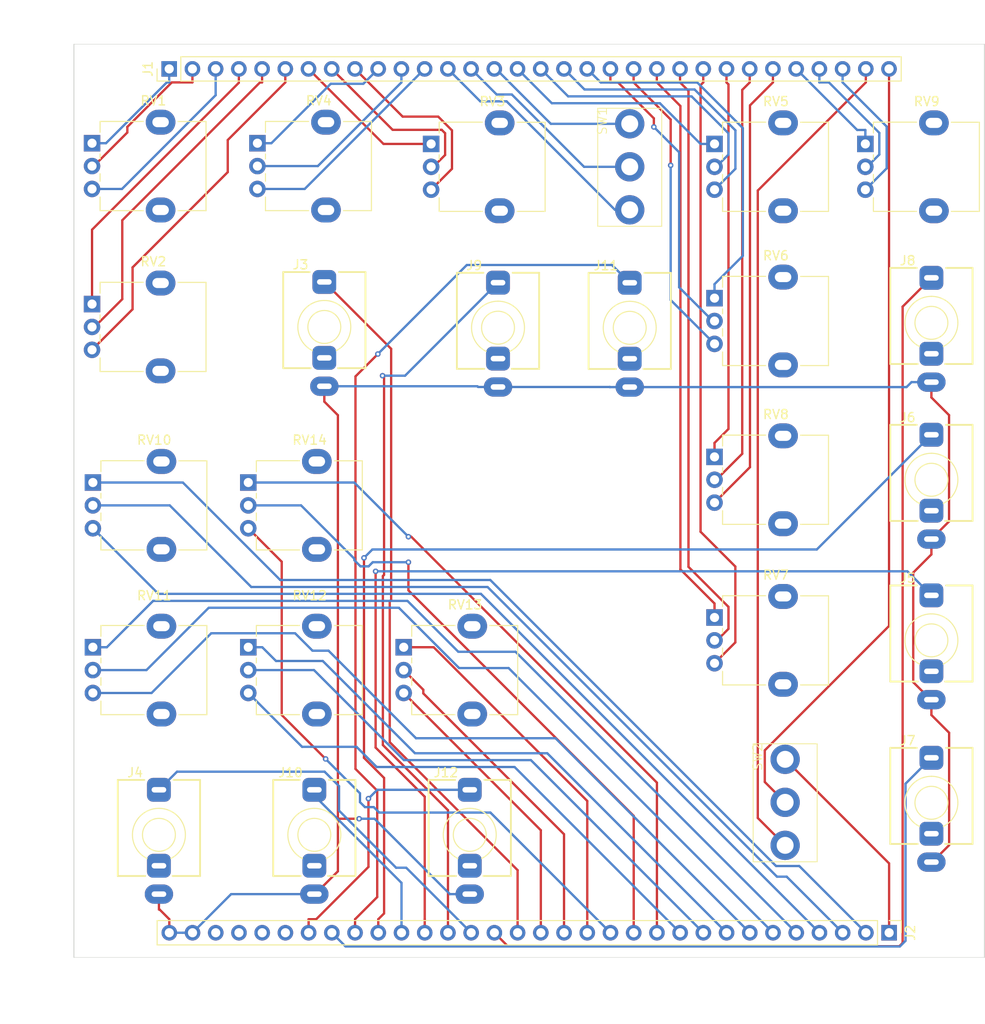
<source format=kicad_pcb>
(kicad_pcb (version 20221018) (generator pcbnew)
  (layers (0 "F.Cu" signal) (31 "B.Cu" signal) (34 "B.Paste" user) (35 "F.Paste" user) (36 "B.SilkS" user "B.Silkscreen") (37 "F.SilkS" user "F.Silkscreen") (38 "B.Mask" user) (39 "F.Mask" user) (44 "Edge.Cuts" user))
  (net 0 "")
  (net 1 "VCO1CoarsePot1")
  (net 2 "VCO1CoarsePot2")
  (net 3 "VCO1CoarsePot3")
  (net 4 "VCO1FinePot1")
  (net 5 "VCO1FinePot2")
  (net 6 "VCO1FinePot3")
  (net 7 "VCO1FMPot1")
  (net 8 "VCO1FMPot2")
  (net 9 "VCO1FMPot3")
  (net 10 "VCO1PwmPot1")
  (net 11 "VCO1PwmPot2")
  (net 12 "VCO1PwmPot3")
  (net 13 "SW1p1")
  (net 14 "SW1p2")
  (net 15 "SW1p3")
  (net 16 "VCO2CoarsePot1")
  (net 17 "VCO2CoarsePot2")
  (net 18 "VCO2CoarsePot3")
  (net 19 "VCO2FinePot1")
  (net 20 "VCO2FinePot2")
  (net 21 "VCO2FinePot3")
  (net 22 "VCO2FMPot1")
  (net 23 "VCO2FMPot2")
  (net 24 "VCO2FMPot3")
  (net 25 "VCO2PwmPot1")
  (net 26 "VCO2PwmPot2")
  (net 27 "VCO2PwmPot3")
  (net 28 "VCO2IDKPot1")
  (net 29 "VCO2IDKPot2")
  (net 30 "VCO2IDKPot3")
  (net 31 "SW2p1")
  (net 32 "SW2p2")
  (net 33 "SW2p3")
  (net 34 "VCO3CoarsePot1")
  (net 35 "VCO3CoarsePot2")
  (net 36 "VCO3CoarsePot3")
  (net 37 "VCO3FinePot1")
  (net 38 "VCO3FinePot2")
  (net 39 "VCO3FinePot3")
  (net 40 "VCO3FMPot1")
  (net 41 "VCO3FMPot2")
  (net 42 "VCO3FMPot3")
  (net 43 "VCO3PwmPot1")
  (net 44 "VCO3PwmPot2")
  (net 45 "VCO3PwmPot3")
  (net 46 "VCO3WaveMixPot1")
  (net 47 "VCO3WaveMixPot2")
  (net 48 "VCO3WaveMixPot3")
  (net 49 "cvIn1")
  (net 50 "cvIn2")
  (net 51 "cvIn3")
  (net 52 "fmIn1")
  (net 53 "fmIn2")
  (net 54 "fmIn3")
  (net 55 "pwmIn")
  (net 56 "vcoOut1")
  (net 57 "vcoOut2")
  (net 58 "mixOut")
  (net 63 "Ground")
  (footprint "Connector_PinHeader_2.54mm:PinHeader_1x32_P2.54mm_Vertical" (layer "F.Cu") (at 104.625 53.3 90)
    (fp_text reference "J1")
    (fp_text value "Conn_01x32_Socket")
  )
  (footprint "Thonk_AudioJacks:Jack_3.5mm_QingPu_WQP-PJ366ST_Vertical" (layer "F.Cu") (at 188 115.75)
    (fp_text reference "J5")
    (fp_text value "AudioJack3")
  )
  (footprint "Potentiometer_THT:Potentiometer_Alpha_RD901F-40-00D_Single_Vertical" (layer "F.Cu") (at 180.775 61.5)
    (fp_text reference "RV9")
    (fp_text value "100k")
  )
  (footprint "Thonk_AudioJacks:Jack_3.5mm_QingPu_WQP-PJ366ST_Vertical" (layer "F.Cu") (at 155 81.5926)
    (fp_text reference "J11")
    (fp_text value "AudioJack3")
  )
  (footprint "Potentiometer_THT:Potentiometer_Alpha_RD901F-40-00D_Single_Vertical" (layer "F.Cu") (at 114.275 61.42)
    (fp_text reference "RV4")
    (fp_text value "100k")
  )
  (footprint "Potentiometer_THT:Potentiometer_Alpha_RD901F-40-00D_Single_Vertical" (layer "F.Cu") (at 164.275 95.7)
    (fp_text reference "RV8")
    (fp_text value "250k")
  )
  (footprint "Thonk_AudioJacks:Jack_3.5mm_QingPu_WQP-PJ366ST_Vertical" (layer "F.Cu") (at 120.5 137)
    (fp_text reference "J10")
    (fp_text value "AudioJack3")
  )
  (footprint "Potentiometer_THT:Potentiometer_Alpha_RD901F-40-00D_Single_Vertical" (layer "F.Cu") (at 96.1825 79)
    (fp_text reference "RV2")
    (fp_text value "1M")
  )
  (footprint "Thonk_AudioJacks:DWB1-SPDT-ON-ON" (layer "F.Cu") (at 172 138.15)
    (fp_text reference "SW2")
    (fp_text value "SW_SPDT")
  )
  (footprint "Potentiometer_THT:Potentiometer_Alpha_RD901F-40-00D_Single_Vertical" (layer "F.Cu") (at 133.275 61.5)
    (fp_text reference "RV3")
    (fp_text value "1M")
  )
  (footprint "Thonk_AudioJacks:Jack_3.5mm_QingPu_WQP-PJ366ST_Vertical" (layer "F.Cu") (at 137.5 137)
    (fp_text reference "J12")
    (fp_text value "AudioJack3")
  )
  (footprint "Potentiometer_THT:Potentiometer_Alpha_RD901F-40-00D_Single_Vertical" (layer "F.Cu") (at 130.275 116.5)
    (fp_text reference "RV13")
    (fp_text value "1M")
  )
  (footprint "Potentiometer_THT:Potentiometer_Alpha_RD901F-40-00D_Single_Vertical" (layer "F.Cu") (at 96.1825 61.42)
    (fp_text reference "RV1")
    (fp_text value "100k")
  )
  (footprint "Potentiometer_THT:Potentiometer_Alpha_RD901F-40-00D_Single_Vertical" (layer "F.Cu") (at 96.275 98.5)
    (fp_text reference "RV10")
    (fp_text value "100k")
  )
  (footprint "Potentiometer_THT:Potentiometer_Alpha_RD901F-40-00D_Single_Vertical" (layer "F.Cu") (at 113.275 98.5)
    (fp_text reference "RV14")
    (fp_text value "100k")
  )
  (footprint "Potentiometer_THT:Potentiometer_Alpha_RD901F-40-00D_Single_Vertical" (layer "F.Cu") (at 96.275 116.5)
    (fp_text reference "RV11")
    (fp_text value "1M")
  )
  (footprint "Thonk_AudioJacks:Jack_3.5mm_QingPu_WQP-PJ366ST_Vertical" (layer "F.Cu") (at 103.5 137)
    (fp_text reference "J4")
    (fp_text value "AudioJack3")
  )
  (footprint "Connector_PinHeader_2.54mm:PinHeader_1x32_P2.54mm_Vertical" (layer "F.Cu") (at 183.375 147.7 -90)
    (fp_text reference "J2")
    (fp_text value "Conn_01x32_Socket")
  )
  (footprint "Thonk_AudioJacks:Jack_3.5mm_QingPu_WQP-PJ366ST_Vertical" (layer "F.Cu") (at 188 98.2)
    (fp_text reference "J6")
    (fp_text value "AudioJack3")
  )
  (footprint "Thonk_AudioJacks:Jack_3.5mm_QingPu_WQP-PJ366ST_Vertical" (layer "F.Cu") (at 188 133.5)
    (fp_text reference "J7")
    (fp_text value "AudioJack3")
  )
  (footprint "Potentiometer_THT:Potentiometer_Alpha_RD901F-40-00D_Single_Vertical" (layer "F.Cu") (at 113.275 116.5)
    (fp_text reference "RV12")
    (fp_text value "1M")
  )
  (footprint "Potentiometer_THT:Potentiometer_Alpha_RD901F-40-00D_Single_Vertical" (layer "F.Cu") (at 164.275 61.5)
    (fp_text reference "RV5")
    (fp_text value "100k")
  )
  (footprint "Thonk_AudioJacks:Jack_3.5mm_QingPu_WQP-PJ366ST_Vertical" (layer "F.Cu") (at 121.5925 81.5)
    (fp_text reference "J3")
    (fp_text value "AudioJack3")
  )
  (footprint "Thonk_AudioJacks:Jack_3.5mm_QingPu_WQP-PJ366ST_Vertical" (layer "F.Cu") (at 188 81.05)
    (fp_text reference "J8")
    (fp_text value "AudioJack3")
  )
  (footprint "Thonk_AudioJacks:DWB1-SPDT-ON-ON" (layer "F.Cu") (at 155 68.7)
    (fp_text reference "SW1")
    (fp_text value "SW_SPDT")
  )
  (footprint "Thonk_AudioJacks:Jack_3.5mm_QingPu_WQP-PJ366ST_Vertical" (layer "F.Cu") (at 140.5925 81.58)
    (fp_text reference "J9")
    (fp_text value "AudioJack3")
  )
  (footprint "Potentiometer_THT:Potentiometer_Alpha_RD901F-40-00D_Single_Vertical" (layer "F.Cu") (at 164.275 78.35)
    (fp_text reference "RV6")
    (fp_text value "1M")
  )
  (footprint "Potentiometer_THT:Potentiometer_Alpha_RD901F-40-00D_Single_Vertical" (layer "F.Cu") (at 164.275 113.25)
    (fp_text reference "RV7")
    (fp_text value "1M")
  )
  (gr_line (start 193.8 150.395) (end 193.8 50.605) (stroke (width 0.1)) (layer "Edge.Cuts"))
  (gr_line (start 94.2 50.605) (end 94.2 150.395) (stroke (width 0.1)) (layer "Edge.Cuts"))
  (gr_line (start 193.8 50.605) (end 94.2 50.605) (stroke (width 0.05)) (layer "Edge.Cuts"))
  (gr_line (start 94.2 150.395) (end 193.8 150.395) (stroke (width 0.05)) (layer "Edge.Cuts"))
  (segment (start 97.7092 61.42) (end 104.3525 54.7767) (width 0.25) (layer "B.Cu") (net 1))
  (segment (start 104.625 53.3) (end 104.625 54.7767) (width 0.25) (layer "B.Cu") (net 1))
  (segment (start 96.1825 61.42) (end 97.7092 61.42) (width 0.25) (layer "B.Cu") (net 1))
  (segment (start 104.3525 54.7767) (end 104.625 54.7767) (width 0.25) (layer "B.Cu") (net 1))
  (segment (start 96.1825 63.92) (end 96.3731 63.92) (width 0.25) (layer "F.Cu") (net 2))
  (segment (start 104.9058 54.7767) (end 107.165 54.7767) (width 0.25) (layer "F.Cu") (net 2))
  (segment (start 107.165 53.3) (end 107.165 54.7767) (width 0.25) (layer "F.Cu") (net 2))
  (segment (start 100.0456 60.2475) (end 100.0456 59.6369) (width 0.25) (layer "F.Cu") (net 2))
  (segment (start 100.0456 59.6369) (end 104.9058 54.7767) (width 0.25) (layer "F.Cu") (net 2))
  (segment (start 96.3731 63.92) (end 100.0456 60.2475) (width 0.25) (layer "F.Cu") (net 2))
  (segment (start 96.1825 66.42) (end 99.4601 66.42) (width 0.25) (layer "B.Cu") (net 3))
  (segment (start 99.4601 66.42) (end 109.705 56.1751) (width 0.25) (layer "B.Cu") (net 3))
  (segment (start 109.705 56.1751) (end 109.705 53.3) (width 0.25) (layer "B.Cu") (net 3))
  (segment (start 96.1825 79) (end 96.1825 70.874) (width 0.25) (layer "F.Cu") (net 4))
  (segment (start 96.1825 70.874) (end 112.245 54.8115) (width 0.25) (layer "F.Cu") (net 4))
  (segment (start 112.245 54.8115) (end 112.245 53.3) (width 0.25) (layer "F.Cu") (net 4))
  (segment (start 99.4903 69.8419) (end 114.5555 54.7767) (width 0.25) (layer "F.Cu") (net 5))
  (segment (start 96.4523 81.5) (end 99.4903 78.462) (width 0.25) (layer "F.Cu") (net 5))
  (segment (start 114.5555 54.7767) (end 114.785 54.7767) (width 0.25) (layer "F.Cu") (net 5))
  (segment (start 96.1825 81.5) (end 96.4523 81.5) (width 0.25) (layer "F.Cu") (net 5))
  (segment (start 114.785 53.3) (end 114.785 54.7767) (width 0.25) (layer "F.Cu") (net 5))
  (segment (start 99.4903 78.462) (end 99.4903 69.8419) (width 0.25) (layer "F.Cu") (net 5))
  (segment (start 111.0282 64.5817) (end 111.0282 61.0735) (width 0.25) (layer "F.Cu") (net 6))
  (segment (start 111.0282 61.0735) (end 117.325 54.7767) (width 0.25) (layer "F.Cu") (net 6))
  (segment (start 100.617 74.9929) (end 111.0282 64.5817) (width 0.25) (layer "F.Cu") (net 6))
  (segment (start 117.325 53.3) (end 117.325 54.7767) (width 0.25) (layer "F.Cu") (net 6))
  (segment (start 96.1825 84) (end 100.617 79.5655) (width 0.25) (layer "F.Cu") (net 6))
  (segment (start 100.617 79.5655) (end 100.617 74.9929) (width 0.25) (layer "F.Cu") (net 6))
  (segment (start 133.275 61.5) (end 128.065 61.5) (width 0.25) (layer "F.Cu") (net 7))
  (segment (start 128.065 61.5) (end 119.865 53.3) (width 0.25) (layer "F.Cu") (net 7))
  (segment (start 133.5125 64) (end 134.8063 62.7062) (width 0.25) (layer "F.Cu") (net 8))
  (segment (start 129.065 59.96) (end 122.405 53.3) (width 0.25) (layer "F.Cu") (net 8))
  (segment (start 133.275 64) (end 133.5125 64) (width 0.25) (layer "F.Cu") (net 8))
  (segment (start 134.8063 62.7062) (end 134.8063 60.3318) (width 0.25) (layer "F.Cu") (net 8))
  (segment (start 134.4345 59.96) (end 129.065 59.96) (width 0.25) (layer "F.Cu") (net 8))
  (segment (start 134.8063 60.3318) (end 134.4345 59.96) (width 0.25) (layer "F.Cu") (net 8))
  (segment (start 134.0528 58.5152) (end 130.1602 58.5152) (width 0.25) (layer "F.Cu") (net 9))
  (segment (start 135.558 60.0204) (end 134.0528 58.5152) (width 0.25) (layer "F.Cu") (net 9))
  (segment (start 135.558 64.217) (end 135.558 60.0204) (width 0.25) (layer "F.Cu") (net 9))
  (segment (start 130.1602 58.5152) (end 124.945 53.3) (width 0.25) (layer "F.Cu") (net 9))
  (segment (start 133.275 66.5) (end 135.558 64.217) (width 0.25) (layer "F.Cu") (net 9))
  (segment (start 115.8017 61.42) (end 122.2955 54.9262) (width 0.25) (layer "B.Cu") (net 10))
  (segment (start 122.2955 54.9262) (end 125.8588 54.9262) (width 0.25) (layer "B.Cu") (net 10))
  (segment (start 125.8588 54.9262) (end 127.485 53.3) (width 0.25) (layer "B.Cu") (net 10))
  (segment (start 114.275 61.42) (end 115.8017 61.42) (width 0.25) (layer "B.Cu") (net 10))
  (segment (start 130.025 53.3) (end 130.025 54.7767) (width 0.25) (layer "B.Cu") (net 11))
  (segment (start 114.275 63.92) (end 120.8817 63.92) (width 0.25) (layer "B.Cu") (net 11))
  (segment (start 120.8817 63.92) (end 130.025 54.7767) (width 0.25) (layer "B.Cu") (net 11))
  (segment (start 114.275 66.42) (end 119.445 66.42) (width 0.25) (layer "B.Cu") (net 12))
  (segment (start 119.445 66.42) (end 132.565 53.3) (width 0.25) (layer "B.Cu") (net 12))
  (segment (start 153.3831 68.7) (end 141.5284 56.8453) (width 0.25) (layer "B.Cu") (net 13))
  (segment (start 138.6503 56.8453) (end 135.105 53.3) (width 0.25) (layer "B.Cu") (net 13))
  (segment (start 141.5284 56.8453) (end 138.6503 56.8453) (width 0.25) (layer "B.Cu") (net 13))
  (segment (start 155 68.7) (end 153.3831 68.7) (width 0.25) (layer "B.Cu") (net 13))
  (segment (start 142.0953 56.0936) (end 140.4386 56.0936) (width 0.25) (layer "B.Cu") (net 14))
  (segment (start 155 64) (end 150.0017 64) (width 0.25) (layer "B.Cu") (net 14))
  (segment (start 150.0017 64) (end 142.0953 56.0936) (width 0.25) (layer "B.Cu") (net 14))
  (segment (start 140.4386 56.0936) (end 137.645 53.3) (width 0.25) (layer "B.Cu") (net 14))
  (segment (start 140.3669 53.3) (end 140.185 53.3) (width 0.25) (layer "B.Cu") (net 15))
  (segment (start 146.3669 59.3) (end 140.3669 53.3) (width 0.25) (layer "B.Cu") (net 15))
  (segment (start 155 59.3) (end 146.3669 59.3) (width 0.25) (layer "B.Cu") (net 15))
  (segment (start 146.4779 57.0529) (end 158.3012 57.0529) (width 0.25) (layer "B.Cu") (net 16))
  (segment (start 164.275 61.5) (end 162.7483 61.5) (width 0.25) (layer "B.Cu") (net 16))
  (segment (start 142.725 53.3) (end 146.4779 57.0529) (width 0.25) (layer "B.Cu") (net 16))
  (segment (start 158.3012 57.0529) (end 162.7483 61.5) (width 0.25) (layer "B.Cu") (net 16))
  (segment (start 161.7625 56.3012) (end 165.8017 60.3404) (width 0.25) (layer "B.Cu") (net 17))
  (segment (start 148.2662 56.3012) (end 161.7625 56.3012) (width 0.25) (layer "B.Cu") (net 17))
  (segment (start 165.8017 62.6596) (end 164.4613 64) (width 0.25) (layer "B.Cu") (net 17))
  (segment (start 165.8017 60.3404) (end 165.8017 62.6596) (width 0.25) (layer "B.Cu") (net 17))
  (segment (start 145.265 53.3) (end 148.2662 56.3012) (width 0.25) (layer "B.Cu") (net 17))
  (segment (start 164.4613 64) (end 164.275 64) (width 0.25) (layer "B.Cu") (net 17))
  (segment (start 150.0544 55.5494) (end 162.093 55.5494) (width 0.25) (layer "B.Cu") (net 18))
  (segment (start 166.5601 64.2149) (end 164.275 66.5) (width 0.25) (layer "B.Cu") (net 18))
  (segment (start 147.805 53.3) (end 150.0544 55.5494) (width 0.25) (layer "B.Cu") (net 18))
  (segment (start 166.5601 60.0165) (end 166.5601 64.2149) (width 0.25) (layer "B.Cu") (net 18))
  (segment (start 162.093 55.5494) (end 166.5601 60.0165) (width 0.25) (layer "B.Cu") (net 18))
  (segment (start 167.3761 59.7694) (end 162.3933 54.7866) (width 0.25) (layer "B.Cu") (net 19))
  (segment (start 167.3761 73.7222) (end 167.3761 59.7694) (width 0.25) (layer "B.Cu") (net 19))
  (segment (start 162.3933 54.7866) (end 151.8316 54.7866) (width 0.25) (layer "B.Cu") (net 19))
  (segment (start 164.275 78.35) (end 164.275 76.8233) (width 0.25) (layer "B.Cu") (net 19))
  (segment (start 151.8316 54.7866) (end 150.345 53.3) (width 0.25) (layer "B.Cu") (net 19))
  (segment (start 164.275 76.8233) (end 167.3761 73.7222) (width 0.25) (layer "B.Cu") (net 19))
  (segment (start 157.6383 58.7019) (end 157.6383 59.6449) (width 0.25) (layer "F.Cu") (net 20))
  (segment (start 152.885 53.3) (end 152.885 54.7767) (width 0.25) (layer "F.Cu") (net 20))
  (segment (start 152.885 54.7767) (end 153.7131 54.7767) (width 0.25) (layer "F.Cu") (net 20))
  (segment (start 153.7131 54.7767) (end 157.6383 58.7019) (width 0.25) (layer "F.Cu") (net 20))
  (via (at 157.6383 59.6449) (size 0.6) (drill 0.3) (layers "F.Cu" "B.Cu") (net 20))
  (segment (start 160.4049 62.4115) (end 157.6383 59.6449) (width 0.25) (layer "B.Cu") (net 20))
  (segment (start 160.4049 77.1666) (end 160.4049 62.4115) (width 0.25) (layer "B.Cu") (net 20))
  (segment (start 164.0883 80.85) (end 160.4049 77.1666) (width 0.25) (layer "B.Cu") (net 20))
  (segment (start 164.275 80.85) (end 164.0883 80.85) (width 0.25) (layer "B.Cu") (net 20))
  (segment (start 155.425 53.3) (end 155.425 54.7767) (width 0.25) (layer "F.Cu") (net 21))
  (segment (start 159.4782 58.8299) (end 155.425 54.7767) (width 0.25) (layer "F.Cu") (net 21))
  (segment (start 159.4782 63.836) (end 159.4782 58.8299) (width 0.25) (layer "F.Cu") (net 21))
  (via (at 159.4782 63.836) (size 0.6) (drill 0.3) (layers "F.Cu" "B.Cu") (net 21))
  (segment (start 159.4782 78.5532) (end 159.4782 63.836) (width 0.25) (layer "B.Cu") (net 21))
  (segment (start 164.275 83.35) (end 159.4782 78.5532) (width 0.25) (layer "B.Cu") (net 21))
  (segment (start 157.965 54.7767) (end 160.5445 57.3562) (width 0.25) (layer "F.Cu") (net 22))
  (segment (start 157.965 53.3) (end 157.965 54.7767) (width 0.25) (layer "F.Cu") (net 22))
  (segment (start 164.275 113.25) (end 164.275 111.7233) (width 0.25) (layer "F.Cu") (net 22))
  (segment (start 160.5446 107.9929) (end 164.275 111.7233) (width 0.25) (layer "F.Cu") (net 22))
  (segment (start 160.5445 57.3562) (end 160.5445 107.9929) (width 0.25) (layer "F.Cu") (net 22))
  (segment (start 160.5445 107.9929) (end 160.5446 107.9929) (width 0.25) (layer "F.Cu") (net 22))
  (segment (start 165.8017 112.0904) (end 165.8017 114.4901) (width 0.25) (layer "F.Cu") (net 23))
  (segment (start 161.4269 55.6986) (end 161.4269 107.7156) (width 0.25) (layer "F.Cu") (net 23))
  (segment (start 165.8017 114.4901) (end 164.5418 115.75) (width 0.25) (layer "F.Cu") (net 23))
  (segment (start 160.505 53.3) (end 160.505 54.7767) (width 0.25) (layer "F.Cu") (net 23))
  (segment (start 161.4269 107.7156) (end 165.8017 112.0904) (width 0.25) (layer "F.Cu") (net 23))
  (segment (start 160.505 54.7767) (end 161.4269 55.6986) (width 0.25) (layer "F.Cu") (net 23))
  (segment (start 164.5418 115.75) (end 164.275 115.75) (width 0.25) (layer "F.Cu") (net 23))
  (segment (start 166.5534 107.6832) (end 162.7483 103.8781) (width 0.25) (layer "F.Cu") (net 24))
  (segment (start 164.275 118.25) (end 166.5534 115.9716) (width 0.25) (layer "F.Cu") (net 24))
  (segment (start 163.045 53.3) (end 163.045 54.7767) (width 0.25) (layer "F.Cu") (net 24))
  (segment (start 162.7483 103.8781) (end 162.7483 55.0734) (width 0.25) (layer "F.Cu") (net 24))
  (segment (start 162.7483 55.0734) (end 163.045 54.7767) (width 0.25) (layer "F.Cu") (net 24))
  (segment (start 166.5534 115.9716) (end 166.5534 107.6832) (width 0.25) (layer "F.Cu") (net 24))
  (segment (start 165.8017 54.9934) (end 165.585 54.7767) (width 0.25) (layer "F.Cu") (net 25))
  (segment (start 164.275 95.7) (end 164.275 94.1733) (width 0.25) (layer "F.Cu") (net 25))
  (segment (start 165.585 53.3) (end 165.585 54.7767) (width 0.25) (layer "F.Cu") (net 25))
  (segment (start 164.275 94.1733) (end 165.8017 92.6466) (width 0.25) (layer "F.Cu") (net 25))
  (segment (start 165.8017 92.6466) (end 165.8017 54.9934) (width 0.25) (layer "F.Cu") (net 25))
  (segment (start 167.3066 95.3547) (end 167.3066 55.5951) (width 0.25) (layer "F.Cu") (net 26))
  (segment (start 164.4613 98.2) (end 167.3066 95.3547) (width 0.25) (layer "F.Cu") (net 26))
  (segment (start 164.275 98.2) (end 164.4613 98.2) (width 0.25) (layer "F.Cu") (net 26))
  (segment (start 168.125 53.3) (end 168.125 54.7767) (width 0.25) (layer "F.Cu") (net 26))
  (segment (start 167.3066 55.5951) (end 168.125 54.7767) (width 0.25) (layer "F.Cu") (net 26))
  (segment (start 164.275 100.7) (end 168.1514 96.8236) (width 0.25) (layer "F.Cu") (net 27))
  (segment (start 168.1514 96.8236) (end 168.1514 57.2903) (width 0.25) (layer "F.Cu") (net 27))
  (segment (start 170.665 53.3) (end 170.665 54.7767) (width 0.25) (layer "F.Cu") (net 27))
  (segment (start 168.1514 57.2903) (end 170.665 54.7767) (width 0.25) (layer "F.Cu") (net 27))
  (segment (start 179.8783 59.9733) (end 180.775 59.9733) (width 0.25) (layer "B.Cu") (net 28))
  (segment (start 180.775 61.5) (end 180.775 59.9733) (width 0.25) (layer "B.Cu") (net 28))
  (segment (start 173.205 53.3) (end 179.8783 59.9733) (width 0.25) (layer "B.Cu") (net 28))
  (segment (start 182.3017 60.2891) (end 176.7893 54.7767) (width 0.25) (layer "B.Cu") (net 29))
  (segment (start 180.9613 64) (end 182.3017 62.6596) (width 0.25) (layer "B.Cu") (net 29))
  (segment (start 176.7893 54.7767) (end 175.745 54.7767) (width 0.25) (layer "B.Cu") (net 29))
  (segment (start 182.3017 62.6596) (end 182.3017 60.2891) (width 0.25) (layer "B.Cu") (net 29))
  (segment (start 175.745 53.3) (end 175.745 54.7767) (width 0.25) (layer "B.Cu") (net 29))
  (segment (start 180.775 64) (end 180.9613 64) (width 0.25) (layer "B.Cu") (net 29))
  (segment (start 178.285 53.3) (end 178.285 54.7767) (width 0.25) (layer "B.Cu") (net 30))
  (segment (start 183.1055 59.5972) (end 178.285 54.7767) (width 0.25) (layer "B.Cu") (net 30))
  (segment (start 183.1055 64.1695) (end 183.1055 59.5972) (width 0.25) (layer "B.Cu") (net 30))
  (segment (start 180.775 66.5) (end 183.1055 64.1695) (width 0.25) (layer "B.Cu") (net 30))
  (segment (start 169.008 135.158) (end 169.008 66.5937) (width 0.25) (layer "F.Cu") (net 31))
  (segment (start 169.008 66.5937) (end 180.825 54.7767) (width 0.25) (layer "F.Cu") (net 31))
  (segment (start 172 138.15) (end 169.008 135.158) (width 0.25) (layer "F.Cu") (net 31))
  (segment (start 180.825 53.3) (end 180.825 54.7767) (width 0.25) (layer "F.Cu") (net 31))
  (segment (start 183.365 114.1761) (end 183.365 53.3) (width 0.25) (layer "F.Cu") (net 32))
  (segment (start 169.7722 127.7689) (end 183.365 114.1761) (width 0.25) (layer "F.Cu") (net 32))
  (segment (start 169.7722 131.2222) (end 169.7722 127.7689) (width 0.25) (layer "F.Cu") (net 32))
  (segment (start 172 133.45) (end 169.7722 131.2222) (width 0.25) (layer "F.Cu") (net 32))
  (segment (start 172 128.75) (end 183.375 140.125) (width 0.25) (layer "F.Cu") (net 33))
  (segment (start 183.375 140.125) (end 183.375 147.7) (width 0.25) (layer "F.Cu") (net 33))
  (segment (start 96.275 98.5) (end 106.116 98.5) (width 0.25) (layer "B.Cu") (net 34))
  (segment (start 116.7705 109.1545) (end 139.7495 109.1545) (width 0.25) (layer "B.Cu") (net 34))
  (segment (start 106.116 98.5) (end 116.7705 109.1545) (width 0.25) (layer "B.Cu") (net 34))
  (segment (start 173.5452 140.4102) (end 180.835 147.7) (width 0.25) (layer "B.Cu") (net 34))
  (segment (start 139.7495 109.1545) (end 171.0052 140.4102) (width 0.25) (layer "B.Cu") (net 34))
  (segment (start 171.0052 140.4102) (end 173.5452 140.4102) (width 0.25) (layer "B.Cu") (net 34))
  (segment (start 104.684 101) (end 113.599 109.915) (width 0.25) (layer "B.Cu") (net 35))
  (segment (start 139.4469 109.915) (end 171.1041 141.5722) (width 0.25) (layer "B.Cu") (net 35))
  (segment (start 172.1672 141.5722) (end 178.295 147.7) (width 0.25) (layer "B.Cu") (net 35))
  (segment (start 113.599 109.915) (end 139.4469 109.915) (width 0.25) (layer "B.Cu") (net 35))
  (segment (start 171.1041 141.5722) (end 172.1672 141.5722) (width 0.25) (layer "B.Cu") (net 35))
  (segment (start 96.275 101) (end 104.684 101) (width 0.25) (layer "B.Cu") (net 35))
  (segment (start 138.7218 110.6668) (end 175.755 147.7) (width 0.25) (layer "B.Cu") (net 36))
  (segment (start 96.275 103.5) (end 103.4418 110.6668) (width 0.25) (layer "B.Cu") (net 36))
  (segment (start 103.4418 110.6668) (end 138.7218 110.6668) (width 0.25) (layer "B.Cu") (net 36))
  (segment (start 96.275 116.5) (end 97.8017 116.5) (width 0.25) (layer "B.Cu") (net 37))
  (segment (start 102.8681 111.4336) (end 130.6864 111.4336) (width 0.25) (layer "B.Cu") (net 37))
  (segment (start 97.8017 116.5) (end 102.8681 111.4336) (width 0.25) (layer "B.Cu") (net 37))
  (segment (start 130.6864 111.4336) (end 136.2488 116.996) (width 0.25) (layer "B.Cu") (net 37))
  (segment (start 136.2488 116.996) (end 142.511 116.996) (width 0.25) (layer "B.Cu") (net 37))
  (segment (start 142.511 116.996) (end 173.215 147.7) (width 0.25) (layer "B.Cu") (net 37))
  (segment (start 102.1349 119) (end 108.9496 112.1853) (width 0.25) (layer "B.Cu") (net 38))
  (segment (start 108.9496 112.1853) (end 129.7436 112.1853) (width 0.25) (layer "B.Cu") (net 38))
  (segment (start 96.275 119) (end 102.1349 119) (width 0.25) (layer "B.Cu") (net 38))
  (segment (start 141.7532 118.7782) (end 170.675 147.7) (width 0.25) (layer "B.Cu") (net 38))
  (segment (start 129.7436 112.1853) (end 136.3365 118.7782) (width 0.25) (layer "B.Cu") (net 38))
  (segment (start 136.3365 118.7782) (end 141.7532 118.7782) (width 0.25) (layer "B.Cu") (net 38))
  (segment (start 120.299 116.8767) (end 122.0522 116.8767) (width 0.25) (layer "B.Cu") (net 39))
  (segment (start 118.3956 114.9733) (end 120.299 116.8767) (width 0.25) (layer "B.Cu") (net 39))
  (segment (start 102.6949 121.5) (end 109.2216 114.9733) (width 0.25) (layer "B.Cu") (net 39))
  (segment (start 109.2216 114.9733) (end 118.3956 114.9733) (width 0.25) (layer "B.Cu") (net 39))
  (segment (start 122.0522 116.8767) (end 131.6215 126.446) (width 0.25) (layer "B.Cu") (net 39))
  (segment (start 96.275 121.5) (end 102.6949 121.5) (width 0.25) (layer "B.Cu") (net 39))
  (segment (start 131.6215 126.446) (end 146.881 126.446) (width 0.25) (layer "B.Cu") (net 39))
  (segment (start 146.881 126.446) (end 168.135 147.7) (width 0.25) (layer "B.Cu") (net 39))
  (segment (start 131.5077 128.0854) (end 145.9804 128.0854) (width 0.25) (layer "B.Cu") (net 40))
  (segment (start 113.275 116.5) (end 114.8017 116.5) (width 0.25) (layer "B.Cu") (net 40))
  (segment (start 145.9804 128.0854) (end 165.595 147.7) (width 0.25) (layer "B.Cu") (net 40))
  (segment (start 121.4257 118.0034) (end 131.5077 128.0854) (width 0.25) (layer "B.Cu") (net 40))
  (segment (start 116.3051 118.0034) (end 121.4257 118.0034) (width 0.25) (layer "B.Cu") (net 40))
  (segment (start 114.8017 116.5) (end 116.3051 118.0034) (width 0.25) (layer "B.Cu") (net 40))
  (segment (start 113.275 119) (end 120.466 119) (width 0.25) (layer "B.Cu") (net 41))
  (segment (start 144.1921 128.8371) (end 163.055 147.7) (width 0.25) (layer "B.Cu") (net 41))
  (segment (start 120.466 119) (end 130.3031 128.8371) (width 0.25) (layer "B.Cu") (net 41))
  (segment (start 130.3031 128.8371) (end 144.1921 128.8371) (width 0.25) (layer "B.Cu") (net 41))
  (segment (start 142.4038 129.5888) (end 160.515 147.7) (width 0.25) (layer "B.Cu") (net 42))
  (segment (start 113.275 121.5) (end 119.1572 127.3822) (width 0.25) (layer "B.Cu") (net 42))
  (segment (start 125.1141 127.3822) (end 127.3207 129.5888) (width 0.25) (layer "B.Cu") (net 42))
  (segment (start 127.3207 129.5888) (end 142.4038 129.5888) (width 0.25) (layer "B.Cu") (net 42))
  (segment (start 119.1572 127.3822) (end 125.1141 127.3822) (width 0.25) (layer "B.Cu") (net 42))
  (segment (start 157.975 131.2988) (end 157.975 147.7) (width 0.25) (layer "F.Cu") (net 43))
  (segment (start 131.0986 104.4224) (end 157.975 131.2988) (width 0.25) (layer "F.Cu") (net 43))
  (segment (start 130.7913 104.4224) (end 131.0986 104.4224) (width 0.25) (layer "F.Cu") (net 43))
  (via (at 130.7913 104.4224) (size 0.6) (drill 0.3) (layers "F.Cu" "B.Cu") (net 43))
  (segment (start 113.275 98.5) (end 124.8689 98.5) (width 0.25) (layer "B.Cu") (net 43))
  (segment (start 124.8689 98.5) (end 130.7913 104.4224) (width 0.25) (layer "B.Cu") (net 43))
  (segment (start 130.7913 107.2102) (end 130.7913 110.2859) (width 0.25) (layer "F.Cu") (net 44))
  (segment (start 130.7913 110.2859) (end 155.435 134.9296) (width 0.25) (layer "F.Cu") (net 44))
  (segment (start 155.435 134.9296) (end 155.435 147.7) (width 0.25) (layer "F.Cu") (net 44))
  (via (at 130.7913 107.2102) (size 0.6) (drill 0.3) (layers "F.Cu" "B.Cu") (net 44))
  (segment (start 125.5492 107.6615) (end 126.4347 107.6615) (width 0.25) (layer "B.Cu") (net 44))
  (segment (start 124.8819 106.9942) (end 125.5492 107.6615) (width 0.25) (layer "B.Cu") (net 44))
  (segment (start 113.275 101) (end 119.0506 101) (width 0.25) (layer "B.Cu") (net 44))
  (segment (start 124.8819 106.8313) (end 124.8819 106.9942) (width 0.25) (layer "B.Cu") (net 44))
  (segment (start 126.4347 107.6615) (end 126.886 107.2102) (width 0.25) (layer "B.Cu") (net 44))
  (segment (start 126.886 107.2102) (end 130.7913 107.2102) (width 0.25) (layer "B.Cu") (net 44))
  (segment (start 119.0506 101) (end 124.8819 106.8313) (width 0.25) (layer "B.Cu") (net 44))
  (segment (start 113.275 103.5) (end 116.9327 107.1577) (width 0.25) (layer "F.Cu") (net 45))
  (segment (start 116.9327 123.9057) (end 121.7349 128.7079) (width 0.25) (layer "F.Cu") (net 45))
  (segment (start 116.9327 107.1577) (end 116.9327 123.9057) (width 0.25) (layer "F.Cu") (net 45))
  (via (at 121.7349 128.7079) (size 0.6) (drill 0.3) (layers "F.Cu" "B.Cu") (net 45))
  (segment (start 125.493 132.466) (end 121.7349 128.7079) (width 0.25) (layer "B.Cu") (net 45))
  (segment (start 126.0359 133.9702) (end 125.493 133.4273) (width 0.25) (layer "B.Cu") (net 45))
  (segment (start 139.7621 134.5671) (end 127.5941 134.5671) (width 0.25) (layer "B.Cu") (net 45))
  (segment (start 125.493 133.4273) (end 125.493 132.466) (width 0.25) (layer "B.Cu") (net 45))
  (segment (start 126.9972 133.9702) (end 126.0359 133.9702) (width 0.25) (layer "B.Cu") (net 45))
  (segment (start 152.895 147.7) (end 139.7621 134.5671) (width 0.25) (layer "B.Cu") (net 45))
  (segment (start 127.5941 134.5671) (end 126.9972 133.9702) (width 0.25) (layer "B.Cu") (net 45))
  (segment (start 150.355 133.2999) (end 150.355 147.7) (width 0.25) (layer "F.Cu") (net 46))
  (segment (start 133.5551 116.5) (end 150.355 133.2999) (width 0.25) (layer "F.Cu") (net 46))
  (segment (start 130.275 116.5) (end 133.5551 116.5) (width 0.25) (layer "F.Cu") (net 46))
  (segment (start 132.4197 121.5441) (end 147.815 136.9394) (width 0.25) (layer "F.Cu") (net 47))
  (segment (start 132.4197 121.1447) (end 132.4197 121.5441) (width 0.25) (layer "F.Cu") (net 47))
  (segment (start 147.815 136.9394) (end 147.815 147.7) (width 0.25) (layer "F.Cu") (net 47))
  (segment (start 130.275 119) (end 132.4197 121.1447) (width 0.25) (layer "F.Cu") (net 47))
  (segment (start 130.275 121.5) (end 145.275 136.5) (width 0.25) (layer "F.Cu") (net 48))
  (segment (start 145.275 136.5) (end 145.275 147.7) (width 0.25) (layer "F.Cu") (net 48))
  (segment (start 128.9023 83.8898) (end 121.5925 76.58) (width 0.25) (layer "F.Cu") (net 49))
  (segment (start 128.9023 111.3283) (end 128.9023 83.8898) (width 0.25) (layer "F.Cu") (net 49))
  (segment (start 142.735 147.7) (end 142.735 140.8609) (width 0.25) (layer "F.Cu") (net 49))
  (segment (start 142.735 140.8609) (end 128.7473 126.8732) (width 0.25) (layer "F.Cu") (net 49))
  (segment (start 128.7473 111.4833) (end 128.9023 111.3283) (width 0.25) (layer "F.Cu") (net 49))
  (segment (start 128.7473 126.8732) (end 128.7473 111.4833) (width 0.25) (layer "F.Cu") (net 49))
  (segment (start 188 76.13) (end 184.8517 79.2783) (width 0.25) (layer "F.Cu") (net 50))
  (segment (start 184.8517 79.2783) (end 184.8517 148.8139) (width 0.25) (layer "F.Cu") (net 50))
  (segment (start 184.8517 148.8139) (end 184.4889 149.1767) (width 0.25) (layer "F.Cu") (net 50))
  (segment (start 141.6717 149.1767) (end 140.195 147.7) (width 0.25) (layer "F.Cu") (net 50))
  (segment (start 184.4889 149.1767) (end 141.6717 149.1767) (width 0.25) (layer "F.Cu") (net 50))
  (segment (start 130.55 140.595) (end 137.655 147.7) (width 0.25) (layer "B.Cu") (net 51))
  (segment (start 129.4438 140.595) (end 130.55 140.595) (width 0.25) (layer "B.Cu") (net 51))
  (segment (start 123.203 131.6811) (end 123.203 134.3542) (width 0.25) (layer "B.Cu") (net 51))
  (segment (start 121.621 130.0991) (end 123.203 131.6811) (width 0.25) (layer "B.Cu") (net 51))
  (segment (start 103.5 132.08) (end 105.4809 130.0991) (width 0.25) (layer "B.Cu") (net 51))
  (segment (start 123.203 134.3542) (end 129.4438 140.595) (width 0.25) (layer "B.Cu") (net 51))
  (segment (start 105.4809 130.0991) (end 121.621 130.0991) (width 0.25) (layer "B.Cu") (net 51))
  (segment (start 128.1293 86.9943) (end 127.9601 86.8251) (width 0.25) (layer "F.Cu") (net 52))
  (segment (start 127.9956 127.1846) (end 127.9956 108.722) (width 0.25) (layer "F.Cu") (net 52))
  (segment (start 127.9956 108.722) (end 128.1293 108.5883) (width 0.25) (layer "F.Cu") (net 52))
  (segment (start 128.1293 108.5883) (end 128.1293 86.9943) (width 0.25) (layer "F.Cu") (net 52))
  (segment (start 135.115 134.304) (end 127.9956 127.1846) (width 0.25) (layer "F.Cu") (net 52))
  (segment (start 135.115 147.7) (end 135.115 134.304) (width 0.25) (layer "F.Cu") (net 52))
  (via (at 127.9601 86.8251) (size 0.6) (drill 0.3) (layers "F.Cu" "B.Cu") (net 52))
  (segment (start 140.5925 76.66) (end 130.4274 86.8251) (width 0.25) (layer "B.Cu") (net 52))
  (segment (start 130.4274 86.8251) (end 127.9601 86.8251) (width 0.25) (layer "B.Cu") (net 52))
  (segment (start 132.575 132.8358) (end 127.2026 127.4634) (width 0.25) (layer "F.Cu") (net 53))
  (segment (start 127.2026 127.4634) (end 127.2026 108.2044) (width 0.25) (layer "F.Cu") (net 53))
  (segment (start 132.575 146.2233) (end 132.575 132.8358) (width 0.25) (layer "F.Cu") (net 53))
  (segment (start 132.575 147.7) (end 132.575 146.2233) (width 0.25) (layer "F.Cu") (net 53))
  (via (at 127.2026 108.2044) (size 0.6) (drill 0.3) (layers "F.Cu" "B.Cu") (net 53))
  (segment (start 185.3744 108.2044) (end 127.2026 108.2044) (width 0.25) (layer "B.Cu") (net 53))
  (segment (start 188 110.83) (end 185.3744 108.2044) (width 0.25) (layer "B.Cu") (net 53))
  (segment (start 130.035 142.2494) (end 130.035 147.7) (width 0.25) (layer "B.Cu") (net 54))
  (segment (start 120.5 132.7144) (end 130.035 142.2494) (width 0.25) (layer "B.Cu") (net 54))
  (segment (start 120.5 132.08) (end 120.5 132.7144) (width 0.25) (layer "B.Cu") (net 54))
  (segment (start 125.9322 128.5889) (end 125.9322 106.7333) (width 0.25) (layer "F.Cu") (net 55))
  (segment (start 127.495 147.7) (end 127.495 146.2233) (width 0.25) (layer "F.Cu") (net 55))
  (segment (start 127.495 146.2233) (end 128.1332 145.5851) (width 0.25) (layer "F.Cu") (net 55))
  (segment (start 128.1332 145.5851) (end 128.1332 130.7899) (width 0.25) (layer "F.Cu") (net 55))
  (segment (start 128.1332 130.7899) (end 125.9322 128.5889) (width 0.25) (layer "F.Cu") (net 55))
  (via (at 125.9322 106.7333) (size 0.6) (drill 0.3) (layers "F.Cu" "B.Cu") (net 55))
  (segment (start 175.4637 105.8163) (end 126.8492 105.8163) (width 0.25) (layer "B.Cu") (net 55))
  (segment (start 188 93.28) (end 175.4637 105.8163) (width 0.25) (layer "B.Cu") (net 55))
  (segment (start 126.8492 105.8163) (end 125.9322 106.7333) (width 0.25) (layer "B.Cu") (net 55))
  (segment (start 127.4469 84.4607) (end 125.0003 86.9073) (width 0.25) (layer "F.Cu") (net 56))
  (segment (start 125.0003 129.7968) (end 127.3784 132.1749) (width 0.25) (layer "F.Cu") (net 56))
  (segment (start 125.0003 86.9073) (end 125.0003 129.7968) (width 0.25) (layer "F.Cu") (net 56))
  (segment (start 127.3784 143.7999) (end 124.955 146.2233) (width 0.25) (layer "F.Cu") (net 56))
  (segment (start 127.3784 132.1749) (end 127.3784 143.7999) (width 0.25) (layer "F.Cu") (net 56))
  (segment (start 124.955 147.7) (end 124.955 146.2233) (width 0.25) (layer "F.Cu") (net 56))
  (via (at 127.4469 84.4607) (size 0.6) (drill 0.3) (layers "F.Cu" "B.Cu") (net 56))
  (segment (start 153.0531 74.7257) (end 137.1819 74.7257) (width 0.25) (layer "B.Cu") (net 56))
  (segment (start 155 76.6726) (end 153.0531 74.7257) (width 0.25) (layer "B.Cu") (net 56))
  (segment (start 137.1819 74.7257) (end 127.4469 84.4607) (width 0.25) (layer "B.Cu") (net 56))
  (segment (start 185.1681 131.4119) (end 185.1681 148.5827) (width 0.25) (layer "B.Cu") (net 57))
  (segment (start 184.5504 149.2004) (end 123.9154 149.2004) (width 0.25) (layer "B.Cu") (net 57))
  (segment (start 185.1681 148.5827) (end 184.5504 149.2004) (width 0.25) (layer "B.Cu") (net 57))
  (segment (start 123.9154 149.2004) (end 122.415 147.7) (width 0.25) (layer "B.Cu") (net 57))
  (segment (start 188 128.58) (end 185.1681 131.4119) (width 0.25) (layer "B.Cu") (net 57))
  (segment (start 120.7031 146.2233) (end 119.875 146.2233) (width 0.25) (layer "F.Cu") (net 58))
  (segment (start 126.4197 133.0435) (end 126.4197 140.5067) (width 0.25) (layer "F.Cu") (net 58))
  (segment (start 126.4197 140.5067) (end 120.7031 146.2233) (width 0.25) (layer "F.Cu") (net 58))
  (segment (start 119.875 147.7) (end 119.875 146.2233) (width 0.25) (layer "F.Cu") (net 58))
  (via (at 126.4197 133.0435) (size 0.6) (drill 0.3) (layers "F.Cu" "B.Cu") (net 58))
  (segment (start 127.3832 132.08) (end 126.4197 133.0435) (width 0.25) (layer "B.Cu") (net 58))
  (segment (start 137.5 132.08) (end 127.3832 132.08) (width 0.25) (layer "B.Cu") (net 58))
  (segment (start 186.0128 108.3439) (end 186.0128 120.3194) (width 0.25) (layer "F.Cu") (net 63))
  (segment (start 121.5925 87.98) (end 121.5925 89.6567) (width 0.25) (layer "F.Cu") (net 63))
  (segment (start 186.0128 120.3194) (end 187.9234 122.23) (width 0.25) (layer "F.Cu") (net 63))
  (segment (start 188 122.23) (end 188 123.9067) (width 0.25) (layer "F.Cu") (net 63))
  (segment (start 103.5 143.48) (end 103.5 145.1567) (width 0.25) (layer "F.Cu") (net 63))
  (segment (start 103.5684 145.1567) (end 103.5 145.1567) (width 0.25) (layer "F.Cu") (net 63))
  (segment (start 123.0771 140.9853) (end 120.5824 143.48) (width 0.25) (layer "F.Cu") (net 63))
  (segment (start 188 139.98) (end 188.0892 139.98) (width 0.25) (layer "F.Cu") (net 63))
  (segment (start 123.0771 135.2413) (end 125.4016 135.2413) (width 0.25) (layer "F.Cu") (net 63))
  (segment (start 120.5824 143.48) (end 120.5 143.48) (width 0.25) (layer "F.Cu") (net 63))
  (segment (start 123.0771 135.2413) (end 123.0771 140.9853) (width 0.25) (layer "F.Cu") (net 63))
  (segment (start 188.0018 104.68) (end 189.9292 102.7526) (width 0.25) (layer "F.Cu") (net 63))
  (segment (start 188 104.68) (end 188 106.3567) (width 0.25) (layer "F.Cu") (net 63))
  (segment (start 189.9292 102.7526) (end 189.9292 91.1359) (width 0.25) (layer "F.Cu") (net 63))
  (segment (start 188.0892 139.98) (end 189.9376 138.1316) (width 0.25) (layer "F.Cu") (net 63))
  (segment (start 121.5925 89.6567) (end 123.0771 91.1413) (width 0.25) (layer "F.Cu") (net 63))
  (segment (start 188 104.68) (end 188.0018 104.68) (width 0.25) (layer "F.Cu") (net 63))
  (segment (start 104.635 146.2233) (end 103.5684 145.1567) (width 0.25) (layer "F.Cu") (net 63))
  (segment (start 187.9234 122.23) (end 188 122.23) (width 0.25) (layer "F.Cu") (net 63))
  (segment (start 188 87.53) (end 188 89.2067) (width 0.25) (layer "F.Cu") (net 63))
  (segment (start 188 106.3567) (end 186.0128 108.3439) (width 0.25) (layer "F.Cu") (net 63))
  (segment (start 189.9376 125.8443) (end 188 123.9067) (width 0.25) (layer "F.Cu") (net 63))
  (segment (start 189.9292 91.1359) (end 188 89.2067) (width 0.25) (layer "F.Cu") (net 63))
  (segment (start 189.9376 138.1316) (end 189.9376 125.8443) (width 0.25) (layer "F.Cu") (net 63))
  (segment (start 123.0771 91.1413) (end 123.0771 135.2413) (width 0.25) (layer "F.Cu") (net 63))
  (segment (start 104.635 147.7) (end 104.635 146.2233) (width 0.25) (layer "F.Cu") (net 63))
  (via (at 125.4016 135.2413) (size 0.6) (drill 0.3) (layers "F.Cu" "B.Cu") (net 63))
  (segment (start 120.5 143.48) (end 111.395 143.48) (width 0.25) (layer "B.Cu") (net 63))
  (segment (start 135.3233 143.48) (end 127.0846 135.2413) (width 0.25) (layer "B.Cu") (net 63))
  (segment (start 139.5042 88.06) (end 140.5925 88.06) (width 0.25) (layer "B.Cu") (net 63))
  (segment (start 138.3358 87.98) (end 138.4158 88.06) (width 0.25) (layer "B.Cu") (net 63))
  (segment (start 107.175 147.7) (end 106.1117 147.7) (width 0.25) (layer "B.Cu") (net 63))
  (segment (start 104.635 147.7) (end 106.1117 147.7) (width 0.25) (layer "B.Cu") (net 63))
  (segment (start 137.5 143.48) (end 135.3233 143.48) (width 0.25) (layer "B.Cu") (net 63))
  (segment (start 127.0846 135.2413) (end 125.4016 135.2413) (width 0.25) (layer "B.Cu") (net 63))
  (segment (start 140.5925 88.06) (end 152.8107 88.06) (width 0.25) (layer "B.Cu") (net 63))
  (segment (start 155 88.0726) (end 152.8233 88.0726) (width 0.25) (layer "B.Cu") (net 63))
  (segment (start 139.5042 88.06) (end 138.4158 88.06) (width 0.25) (layer "B.Cu") (net 63))
  (segment (start 155 88.0726) (end 185.2807 88.0726) (width 0.25) (layer "B.Cu") (net 63))
  (segment (start 185.2807 88.0726) (end 185.8233 87.53) (width 0.25) (layer "B.Cu") (net 63))
  (segment (start 121.5925 87.98) (end 138.3358 87.98) (width 0.25) (layer "B.Cu") (net 63))
  (segment (start 152.8107 88.06) (end 152.8233 88.0726) (width 0.25) (layer "B.Cu") (net 63))
  (segment (start 111.395 143.48) (end 107.175 147.7) (width 0.25) (layer "B.Cu") (net 63))
  (segment (start 188 87.53) (end 185.8233 87.53) (width 0.25) (layer "B.Cu") (net 63))
)
</source>
